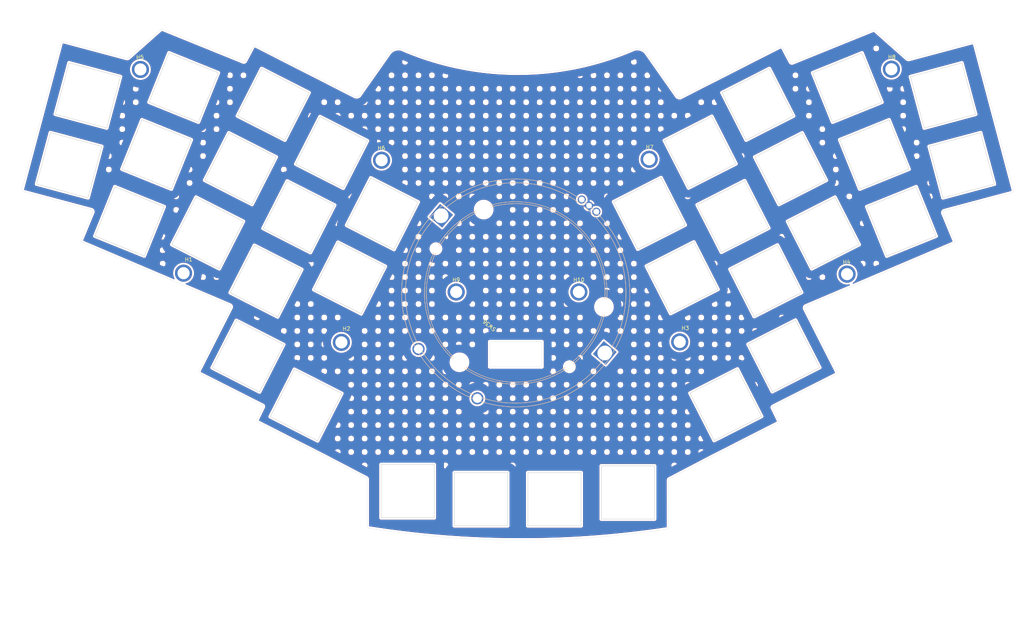
<source format=kicad_pcb>
(kicad_pcb (version 20211014) (generator pcbnew)
  (layers (0 "F.Cu" signal) (31 "B.Cu" signal) (34 "B.Paste" user) (35 "F.Paste" user) (36 "B.SilkS" user "B.Silkscreen") (37 "F.SilkS" user "F.Silkscreen") (38 "B.Mask" user) (39 "F.Mask" user) (44 "Edge.Cuts" user))
  (net 0 "")
  (net 1 "GND")
  (net 2 "EncL")
  (net 3 "EncR")
  (footprint "Alaa:MX-hole" (layer "F.Cu") (at 32.444251 64.695898 -15)
    (fp_text reference "SW7" hide)
    (fp_text value "SW_Push" hide)
    (fp_line (start 7 -7) (end -7 -7) (layer "Edge.Cuts") (width 0.12))
    (fp_line (start 7 7) (end 7 -7) (layer "Edge.Cuts") (width 0.12))
    (fp_line (start -7 7) (end 7 7) (layer "Edge.Cuts") (width 0.12))
    (fp_line (start -7 -7) (end -7 7) (layer "Edge.Cuts") (width 0.12))
  )
  (footprint "Alaa:MX-hole" (layer "F.Cu") (at 220.353362 114.873321 27)
    (fp_text reference "SW26" hide)
    (fp_text value "SW_Push" hide)
    (fp_line (start -7 7) (end 7 7) (layer "Edge.Cuts") (width 0.12))
    (fp_line (start 7 -7) (end -7 -7) (layer "Edge.Cuts") (width 0.12))
    (fp_line (start -7 -7) (end -7 7) (layer "Edge.Cuts") (width 0.12))
    (fp_line (start 7 7) (end 7 -7) (layer "Edge.Cuts") (width 0.12))
  )
  (footprint "Alaa:MountingHole_M3" (layer "F.Cu") (at 166.447346 98.056076)
    (fp_text reference "H10" (at 0 -3.2) (layer "F.SilkS"))
    (fp_text value "MountingHole_Pad")
    (pad "1" thru_hole circle (at 0 0) (size 4.5 4.5) (drill 3.2) (layers *.Cu *.Mask))
  )
  (footprint "Alaa:MX-hole" (layer "F.Cu") (at 262.204578 46.342448 15)
    (fp_text reference "SW34" hide)
    (fp_text value "SW_Push" hide)
    (fp_line (start 7 -7) (end -7 -7) (layer "Edge.Cuts") (width 0.12))
    (fp_line (start -7 -7) (end -7 7) (layer "Edge.Cuts") (width 0.12))
    (fp_line (start -7 7) (end 7 7) (layer "Edge.Cuts") (width 0.12))
    (fp_line (start 7 7) (end 7 -7) (layer "Edge.Cuts") (width 0.12))
  )
  (footprint "Alaa:MountingHole_M3" (layer "F.Cu") (at 248.621075 39.43433 -2)
    (fp_text reference "H8" (at 0 -3.2 178) (layer "F.SilkS"))
    (fp_text value "MountingHole_Pad")
    (pad "1" thru_hole circle (at 0 0 358) (size 4.5 4.5) (drill 3.2) (layers *.Cu *.Mask))
  )
  (footprint "Alaa:MountingHole_M3" (layer "F.Cu") (at 134.189343 98.056079)
    (fp_text reference "H9" (at 0 -3.2) (layer "F.SilkS"))
    (fp_text value "MountingHole_Pad")
    (pad "1" thru_hole circle (at 0 0) (size 4.5 4.5) (drill 3.2) (layers *.Cu *.Mask))
  )
  (footprint "Alaa:MX-hole" (layer "F.Cu") (at 205.080694 127.73142 27)
    (fp_text reference "SW21" hide)
    (fp_text value "SW_Push" hide)
    (fp_line (start -7 -7) (end -7 7) (layer "Edge.Cuts") (width 0.12))
    (fp_line (start 7 7) (end 7 -7) (layer "Edge.Cuts") (width 0.12))
    (fp_line (start 7 -7) (end -7 -7) (layer "Edge.Cuts") (width 0.12))
    (fp_line (start -7 7) (end 7 7) (layer "Edge.Cuts") (width 0.12))
  )
  (footprint "Alaa:MX-hole" (layer "F.Cu") (at 206.97203 78.185598 27)
    (fp_text reference "SW25" hide)
    (fp_text value "SW_Push" hide)
    (fp_line (start -7 7) (end 7 7) (layer "Edge.Cuts") (width 0.12))
    (fp_line (start 7 7) (end 7 -7) (layer "Edge.Cuts") (width 0.12))
    (fp_line (start -7 -7) (end -7 7) (layer "Edge.Cuts") (width 0.12))
    (fp_line (start 7 -7) (end -7 -7) (layer "Edge.Cuts") (width 0.12))
  )
  (footprint "Alaa:MX-hole" (layer "F.Cu") (at 86.091612 48.665691 -27)
    (fp_text reference "SW4" hide)
    (fp_text value "SW_Push" hide)
    (fp_line (start 7 -7) (end -7 -7) (layer "Edge.Cuts") (width 0.12))
    (fp_line (start -7 -7) (end -7 7) (layer "Edge.Cuts") (width 0.12))
    (fp_line (start -7 7) (end 7 7) (layer "Edge.Cuts") (width 0.12))
    (fp_line (start 7 7) (end 7 -7) (layer "Edge.Cuts") (width 0.12))
  )
  (footprint "Alaa:MX-hole" (layer "F.Cu") (at 101.43973 61.330313 -27)
    (fp_text reference "SW8" hide)
    (fp_text value "SW_Push" hide)
    (fp_line (start -7 7) (end 7 7) (layer "Edge.Cuts") (width 0.12))
    (fp_line (start 7 7) (end 7 -7) (layer "Edge.Cuts") (width 0.12))
    (fp_line (start -7 -7) (end -7 7) (layer "Edge.Cuts") (width 0.12))
    (fp_line (start 7 -7) (end -7 -7) (layer "Edge.Cuts") (width 0.12))
  )
  (footprint "Alaa:MX-hole" (layer "F.Cu") (at 160.040932 152.589385)
    (fp_text reference "SW22" hide)
    (fp_text value "SW_Push" hide)
    (fp_line (start -7 7) (end 7 7) (layer "Edge.Cuts") (width 0.12))
    (fp_line (start 7 -7) (end -7 -7) (layer "Edge.Cuts") (width 0.12))
    (fp_line (start -7 -7) (end -7 7) (layer "Edge.Cuts") (width 0.12))
    (fp_line (start 7 7) (end 7 -7) (layer "Edge.Cuts") (width 0.12))
  )
  (footprint "Alaa:MountingHole_M3" (layer "F.Cu") (at 192.973895 111.098068 -1)
    (fp_text reference "H3" (at 1.388238 -3.568475) (layer "F.SilkS"))
    (fp_text value "MountingHole_Pad")
    (pad "1" thru_hole circle (at 0 0.1 359) (size 4.5 4.5) (drill 3.2) (layers *.Cu *.Mask))
  )
  (footprint "Alaa:MX-hole" (layer "F.Cu") (at 179.344934 150.811386)
    (fp_text reference "SW27" hide)
    (fp_text value "SW_Push" hide)
    (fp_line (start -7 7) (end 7 7) (layer "Edge.Cuts") (width 0.12))
    (fp_line (start 7 -7) (end -7 -7) (layer "Edge.Cuts") (width 0.12))
    (fp_line (start -7 -7) (end -7 7) (layer "Edge.Cuts") (width 0.12))
    (fp_line (start 7 7) (end 7 -7) (layer "Edge.Cuts") (width 0.12))
  )
  (footprint "Alaa:MX-hole" (layer "F.Cu") (at 244.146874 61.866371 22)
    (fp_text reference "SW33" hide)
    (fp_text value "SW_Push" hide)
    (fp_line (start -7 -7) (end -7 7) (layer "Edge.Cuts") (width 0.12))
    (fp_line (start -7 7) (end 7 7) (layer "Edge.Cuts") (width 0.12))
    (fp_line (start 7 -7) (end -7 -7) (layer "Edge.Cuts") (width 0.12))
    (fp_line (start 7 7) (end 7 -7) (layer "Edge.Cuts") (width 0.12))
  )
  (footprint "Alaa:MountingHole_M3" (layer "F.Cu") (at 114.577344 63.386078 1)
    (fp_text reference "H6" (at 0 -3.2 1) (layer "F.SilkS"))
    (fp_text value "MountingHole_Pad")
    (pad "1" thru_hole circle (at 0 0 1) (size 4.5 4.5) (drill 3.2) (layers *.Cu *.Mask))
  )
  (footprint "Alaa:MX-hole" (layer "F.Cu") (at 94.705249 127.805262 -27)
    (fp_text reference "SW16" hide)
    (fp_text value "SW_Push" hide)
    (fp_line (start -7 7) (end 7 7) (layer "Edge.Cuts") (width 0.12))
    (fp_line (start -7 -7) (end -7 7) (layer "Edge.Cuts") (width 0.12))
    (fp_line (start 7 7) (end 7 -7) (layer "Edge.Cuts") (width 0.12))
    (fp_line (start 7 -7) (end -7 -7) (layer "Edge.Cuts") (width 0.12))
  )
  (footprint "Alaa:MX-hole" (layer "F.Cu") (at 213.483369 48.670943 27)
    (fp_text reference "SW28" hide)
    (fp_text value "SW_Push" hide)
    (fp_line (start 7 -7) (end -7 -7) (layer "Edge.Cuts") (width 0.12))
    (fp_line (start -7 -7) (end -7 7) (layer "Edge.Cuts") (width 0.12))
    (fp_line (start -7 7) (end 7 7) (layer "Edge.Cuts") (width 0.12))
    (fp_line (start 7 7) (end 7 -7) (layer "Edge.Cuts") (width 0.12))
  )
  (footprint "Alaa:MX-hole" (layer "F.Cu") (at 77.465796 65.594815 -27)
    (fp_text reference "SW5" hide)
    (fp_text value "SW_Push" hide)
    (fp_line (start 7 7) (end 7 -7) (layer "Edge.Cuts") (width 0.12))
    (fp_line (start 7 -7) (end -7 -7) (layer "Edge.Cuts") (width 0.12))
    (fp_line (start -7 -7) (end -7 7) (layer "Edge.Cuts") (width 0.12))
    (fp_line (start -7 7) (end 7 7) (layer "Edge.Cuts") (width 0.12))
  )
  (footprint "Alaa:PERS56v2" (layer "F.Cu") (at 149.843347 98.302077 140)
    (fp_text reference "SW36" (at -0.186125 -10.989441 140 unlocked) (layer "F.SilkS"))
    (fp_text value "RotaryEncoder")
    (fp_circle (center 0 0) (end 29 0) (layer "B.SilkS") (width 0.1) (fill none))
    (fp_circle (center 0 0) (end 24 0) (layer "B.SilkS") (width 0.1) (fill none))
    (fp_circle (center 0 0) (end 30 0) (layer "B.SilkS") (width 0.1) (fill none))
    (fp_circle (center 0 0) (end 23.4935 0) (layer "B.SilkS") (width 0.1) (fill none))
    (fp_circle (center 0 0) (end 23.4935 0) (layer "F.SilkS") (width 0.1) (fill none))
    (fp_circle (center 0 0) (end 24 0) (layer "F.SilkS") (width 0.1) (fill none))
    (fp_circle (center 0 0) (end 29 0) (layer "F.SilkS") (width 0.1) (fill none))
    (fp_circle (center 0 0) (end 30 0) (layer "F.SilkS") (width 0.1) (fill none))
    (pad "" thru_hole circle (at 10.091931 -27.732996 140) (size 3.2 3.2) (drill 2.4) (layers *.Cu *.Mask))
    (pad "" np_thru_hole circle (at -0.399847 -23.484645 140) (size 4.2 4.2) (drill 4.2) (layers F&B.Cu *.Mask))
    (pad "" np_thru_hole circle (at 23.544338 -4.573199 140) (size 2.4 2.4) (drill 2.4) (layers F&B.Cu *.Mask))
    (pad "" thru_hole circle (at -10.094278 -27.7333 140) (size 3.2 3.2) (drill 2.4) (layers *.Cu *.Mask))
    (pad "" np_thru_hole circle (at -23.289742 -5.8064 140) (size 2.4 2.4) (drill 2.4) (layers F&B.Cu *.Mask))
    (pad "" np_thru_hole circle (at -20.134933 12.098289 140) (size 4.2 4.2) (drill 4.2) (layers F&B.Cu *.Mask))
    (pad "" np_thru_hole circle (at 20.548742 11.390354 140) (size 4.2 4.2) (drill 4.2) (layers F&B.Cu *.Mask))
    (pad "A" thru_hole circle (at -2.5 30 140) (size 2.1 2.1) (drill 1.5) (layers *.Cu *.Mask) (net 2 "EncL"))
    (pad "B" thru_hole circle (at 2.5 30 140) (size 2.1 2.1) (drill 1.5) (layers *.Cu *.Mask) (net 3 "EncR"))
    (pad "C" thru_hole circle (at 0 30 140) (size 2.1 2.1) (drill 1.5) (layers *.Cu *.Mask) (net 1 "GND"))
    (pad "MP" thru_hole rect (at -28.095244 2.952929 140) (size 4.4 4.4) (drill oval 3.8 3.9) (layers *.Cu *.Mask))
    (pad "MP" thru_hole rect (at 28.070731 2.95064 140) (size 4.4 4.4) (drill oval 3.8 3.9) (layers *.Cu *.Mask))
  )
  (footprint "Alaa:MX-hole" (layer "F.Cu") (at 84.188091 95.188563 -27)
    (fp_text reference "SW15" hide)
    (fp_text value "SW_Push" hide)
    (fp_line (start -7 7) (end 7 7) (layer "Edge.Cuts") (width 0.12))
    (fp_line (start 7 7) (end 7 -7) (layer "Edge.Cuts") (width 0.12))
    (fp_line (start -7 -7) (end -7 7) (layer "Edge.Cuts") (width 0.12))
    (fp_line (start 7 -7) (end -7 -7) (layer "Edge.Cuts") (width 0.12))
  )
  (footprint "Alaa:MX-hole" (layer "F.Cu") (at 267.130802 64.702496 15)
    (fp_text reference "SW31" hide)
    (fp_text value "SW_Push" hide)
    (fp_line (start 7 7) (end 7 -7) (layer "Edge.Cuts") (width 0.12))
    (fp_line (start -7 7) (end 7 7) (layer "Edge.Cuts") (width 0.12))
    (fp_line (start 7 -7) (end -7 -7) (layer "Edge.Cuts") (width 0.12))
    (fp_line (start -7 -7) (end -7 7) (layer "Edge.Cuts") (width 0.12))
  )
  (footprint "Alaa:MountingHole_M3" (layer "F.Cu") (at 104.010023 111.310117 1)
    (fp_text reference "H2" (at 1.388238 -3.568475 2) (layer "F.SilkS"))
    (fp_text value "MountingHole_Pad")
    (pad "1" thru_hole circle (at 0 0 1) (size 4.5 4.5) (drill 3.2) (layers *.Cu *.Mask))
  )
  (footprint "Alaa:MX-hole" (layer "F.Cu") (at 230.735006 82.52919 27)
    (fp_text reference "SW23" hide)
    (fp_text value "SW_Push" hide)
    (fp_line (start -7 -7) (end -7 7) (layer "Edge.Cuts") (width 0.12))
    (fp_line (start 7 -7) (end -7 -7) (layer "Edge.Cuts") (width 0.12))
    (fp_line (start 7 7) (end 7 -7) (layer "Edge.Cuts") (width 0.12))
    (fp_line (start -7 7) (end 7 7) (layer "Edge.Cuts") (width 0.12))
  )
  (footprint "Alaa:MX-hole" (layer "F.Cu") (at 48.310756 79.47723 -22)
    (fp_text reference "SW6" hide)
    (fp_text value "SW_Push" hide)
    (fp_line (start 7 -7) (end -7 -7) (layer "Edge.Cuts") (width 0.12))
    (fp_line (start 7 7) (end 7 -7) (layer "Edge.Cuts") (width 0.12))
    (fp_line (start -7 -7) (end -7 7) (layer "Edge.Cuts") (width 0.12))
    (fp_line (start -7 7) (end 7 7) (layer "Edge.Cuts") (width 0.12))
  )
  (footprint "Alaa:MX-hole" (layer "F.Cu") (at 121.435346 150.469387)
    (fp_text reference "SW12" hide)
    (fp_text value "SW_Push" hide)
    (fp_line (start 7 7) (end 7 -7) (layer "Edge.Cuts") (width 0.12))
    (fp_line (start -7 -7) (end -7 7) (layer "Edge.Cuts") (width 0.12))
    (fp_line (start -7 7) (end 7 7) (layer "Edge.Cuts") (width 0.12))
    (fp_line (start 7 -7) (end -7 -7) (layer "Edge.Cuts") (width 0.12))
  )
  (footprint "Alaa:MX-hole" (layer "F.Cu") (at 62.545805 44.244244 -22)
    (fp_text reference "SW1" hide)
    (fp_text value "SW_Push" hide)
    (fp_line (start -7 7) (end 7 7) (layer "Edge.Cuts") (width 0.12))
    (fp_line (start 7 7) (end 7 -7) (layer "Edge.Cuts") (width 0.12))
    (fp_line (start 7 -7) (end -7 -7) (layer "Edge.Cuts") (width 0.12))
    (fp_line (start -7 -7) (end -7 7) (layer "Edge.Cuts") (width 0.12))
  )
  (footprint "Alaa:MX-hole" (layer "F.Cu") (at 79.432579 114.947159 -27)
    (fp_text reference "SW11" hide)
    (fp_text value "SW_Push" hide)
    (fp_line (start 7 7) (end 7 -7) (layer "Edge.Cuts") (width 0.12))
    (fp_line (start -7 7) (end 7 7) (layer "Edge.Cuts") (width 0.12))
    (fp_line (start -7 -7) (end -7 7) (layer "Edge.Cuts") (width 0.12))
    (fp_line (start 7 -7) (end -7 -7) (layer "Edge.Cuts") (width 0.12))
  )
  (footprint "Alaa:MX-hole" (layer "F.Cu") (at 193.62043 94.30329 27)
    (fp_text reference "SW19" hide)
    (fp_text value "SW_Push" hide)
    (fp_line (start 7 -7) (end -7 -7) (layer "Edge.Cuts") (width 0.12))
    (fp_line (start -7 -7) (end -7 7) (layer "Edge.Cuts") (width 0.12))
    (fp_line (start 7 7) (end 7 -7) (layer "Edge.Cuts") (width 0.12))
    (fp_line (start -7 7) (end 7 7) (layer "Edge.Cuts") (width 0.12))
  )
  (footprint "Alaa:MX-hole" (layer "F.Cu") (at 37.354302 46.325507 -15)
    (fp_text reference "SW3" hide)
    (fp_text value "SW_Push" hide)
    (fp_line (start 7 -7) (end -7 -7) (layer "Edge.Cuts") (width 0.12))
    (fp_line (start 7 7) (end 7 -7) (layer "Edge.Cuts") (width 0.12))
    (fp_line (start -7 -7) (end -7 7) (layer "Edge.Cuts") (width 0.12))
    (fp_line (start -7 7) (end 7 7) (layer "Edge.Cuts") (width 0.12))
  )
  (footprint "Alaa:MX-hole" (layer "F.Cu") (at 68.839974 82.52394 -27)
    (fp_text reference "SW10" hide)
    (fp_text value "SW_Push" hide)
    (fp_line (start -7 7) (end 7 7) (layer "Edge.Cuts") (width 0.12))
    (fp_line (start 7 7) (end 7 -7) (layer "Edge.Cuts") (width 0.12))
    (fp_line (start 7 -7) (end -7 -7) (layer "Edge.Cuts") (width 0.12))
    (fp_line (start -7 -7) (end -7 7) (layer "Edge.Cuts") (width 0.12))
  )
  (footprint "Alaa:MX-hole" (layer "F.Cu") (at 237.02935 44.24988 22)
    (fp_text reference "SW32" hide)
    (fp_text value "SW_Push" hide)
    (fp_line (start 7 -7) (end -7 -7) (layer "Edge.Cuts") (width 0.12))
    (fp_line (start -7 7) (end 7 7) (layer "Edge.Cuts") (width 0.12))
    (fp_line (start 7 7) (end 7 -7) (layer "Edge.Cuts") (width 0.12))
    (fp_line (start -7 -7) (end -7 7) (layer "Edge.Cuts") (width 0.12))
  )
  (footprint "Alaa:MX-hole" (layer "F.Cu") (at 92.813908 78.259438 -27)
    (fp_text reference "SW9" hide)
    (fp_text value "SW_Push" hide)
    (fp_line (start 7 7) (end 7 -7) (layer "Edge.Cuts") (width 0.12))
    (fp_line (start -7 -7) (end -7 7) (layer "Edge.Cuts") (width 0.12))
    (fp_line (start 7 -7) (end -7 -7) (layer "Edge.Cuts") (width 0.12))
    (fp_line (start -7 7) (end 7 7) (layer "Edge.Cuts") (width 0.12))
  )
  (footprint "Alaa:MX-hole" (layer "F.Cu") (at 114.79133 77.448007 -27)
    (fp_text reference "SW13" hide)
    (fp_text value "SW_Push" hide)
    (fp_line (start 7 7) (end 7 -7) (layer "Edge.Cuts") (width 0.12))
    (fp_line (start 7 -7) (end -7 -7) (layer "Edge.Cuts") (width 0.12))
    (fp_line (start -7 7) (end 7 7) (layer "Edge.Cuts") (width 0.12))
    (fp_line (start -7 -7) (end -7 7) (layer "Edge.Cuts") (width 0.12))
  )
  (footprint "Alaa:MX-hole" (layer "F.Cu") (at 184.994612 77.374165 27)
    (fp_text reference "SW18" hide)
    (fp_text value "SW_Push" hide)
    (fp_line (start -7 -7) (end -7 7) (layer "Edge.Cuts") (width 0.12))
    (fp_line (start 7 7) (end 7 -7) (layer "Edge.Cuts") (width 0.12))
    (fp_line (start -7 7) (end 7 7) (layer "Edge.Cuts") (width 0.12))
    (fp_line (start 7 -7) (end -7 -7) (layer "Edge.Cuts") (width 0.12))
  )
  (footprint "Alaa:MountingHole_M3" (layer "F.Cu") (at 62.507345 93.104077 1)
    (fp_text reference "H1" (at 1.388238 -3.568475 2) (layer "F.SilkS"))
    (fp_text value "MountingHole_Pad")
    (pad "1" thru_hole circle (at 0 0 1) (size 4.5 4.5) (drill 3.2) (layers *.Cu *.Mask))
  )
  (footprint "Alaa:MX-hole" (layer "F.Cu") (at 198.346215 61.256473 27)
    (fp_text reference "SW24" hide)
    (fp_text value "SW_Push" hide)
    (fp_line (start -7 -7) (end -7 7) (layer "Edge.Cuts") (width 0.12))
    (fp_line (start 7 -7) (end -7 -7) (layer "Edge.Cuts") (width 0.12))
    (fp_line (start 7 7) (end 7 -7) (layer "Edge.Cuts") (width 0.12))
    (fp_line (start -7 7) (end 7 7) (layer "Edge.Cuts") (width 0.12))
  )
  (footprint "Alaa:MX-hole" (layer "F.Cu") (at 140.715344 152.586078)
    (fp_text reference "SW17" hide)
    (fp_text value "SW_Push" hide)
    (fp_line (start 7 7) (end 7 -7) (layer "Edge.Cuts") (width 0.12))
    (fp_line (start -7 -7) (end -7 7) (layer "Edge.Cuts") (width 0.12))
    (fp_line (start 7 -7) (end -7 -7) (layer "Edge.Cuts") (width 0.12))
    (fp_line (start -7 7) (end 7 7) (layer "Edge.Cuts") (width 0.12))
  )
  (footprint "Alaa:MountingHole_M3" (layer "F.Cu") (at 184.935343 63.132079 -2)
    (fp_text reference "H7" (at 0 -3.2 178) (layer "F.SilkS"))
    (fp_text value "MountingHole_Pad")
    (pad "1" thru_hole circle (at 0 0 358) (size 4.5 4.5) (drill 3.2) (layers *.Cu *.Mask))
  )
  (footprint "Alaa:MX-hole" (layer "F.Cu") (at 222.109189 65.600069 27)
    (fp_text reference "SW29" hide)
    (fp_text value "SW_Push" hide)
    (fp_line (start -7 7) (end 7 7) (layer "Edge.Cuts") (width 0.12))
    (fp_line (start 7 7) (end 7 -7) (layer "Edge.Cuts") (width 0.12))
    (fp_line (start -7 -7) (end -7 7) (layer "Edge.Cuts") (width 0.12))
    (fp_line (start 7 -7) (end -7 -7) (layer "Edge.Cuts") (width 0.12))
  )
  (footprint "Alaa:MX-hole" (layer "F.Cu") (at 251.264399 79.482866 22)
    (fp_text reference "SW30" hide)
    (fp_text value "SW_Push" hide)
    (fp_line (start 7 -7) (end -7 -7) (layer "Edge.Cuts") (width 0.12))
    (fp_line (start 7 7) (end 7 -7) (layer "Edge.Cuts") (width 0.12))
    (fp_line (start -7 7) (end 7 7) (layer "Edge.Cuts") (width 0.12))
    (fp_line (start -7 -7) (end -7 7) (layer "Edge.Cuts") (width 0.12))
  )
  (footprint "Alaa:MX-hole" (layer "F.Cu") (at 55.42857 61.861145 -22)
    (fp_text reference "SW2" hide)
    (fp_text value "SW_Push" hide)
    (fp_line (start -7 -7) (end -7 7) (layer "Edge.Cuts") (width 0.12))
    (fp_line (start 7 7) (end 7 -7) (layer "Edge.Cuts") (width 0.12))
    (fp_line (start -7 7) (end 7 7) (layer "Edge.Cuts") (width 0.12))
    (fp_line (start 7 -7) (end -7 -7) (layer "Edge.Cuts") (width 0.12))
  )
  (footprint "Alaa:MountingHole_M3" (layer "F.Cu") (at 51.170667 39.497354 2)
    (fp_text reference "H5" (at 0 -3.2 2) (layer "F.SilkS"))
    (fp_text value "MountingHole_Pad")
    (pad "1" thru_hole circle (at 0 0 2) (size 4.5 4.5) (drill 3.2) (layers *.Cu *.Mask))
  )
  (footprint "Alaa:MX-hole" (layer "F.Cu") (at 215.59785 95.114724 27)
    (fp_text reference "SW20" hide)
    (fp_text value "SW_Push" hide)
    (fp_line (start -7 -7) (end -7 7) (layer "Edge.Cuts") (width 0.12))
    (fp_line (start 7 -7) (end -7 -7) (layer "Edge.Cuts") (width 0.12))
    (fp_line (start -7 7) (end 7 7) (layer "Edge.Cuts") (width 0.12))
    (fp_line (start 7 7) (end 7 -7) (layer "Edge.Cuts") (width 0.12))
  )
  (footprint "Alaa:MX-hole" (layer "F.Cu") (at 106.165509 94.377129 -27)
    (fp_text reference "SW14" hide)
    (fp_text value "SW_Push" hide)
    (fp_line (start -7 -7) (end -7 7) (layer "Edge.Cuts") (width 0.12))
    (fp_line (start 7 -7) (end -7 -7) (layer "Edge.Cuts") (width 0.12))
    (fp_line (start 7 7) (end 7 -7) (layer "Edge.Cuts") (width 0.12))
    (fp_line (start -7 7) (end 7 7) (layer "Edge.Cuts") (width 0.12))
  )
  (footprint "Alaa:MountingHole_M3" (layer "B.Cu") (at 236.965997 93.358077 -178)
    (fp_text reference "H4" (at 0 3.2 2) (layer "F.SilkS"))
    (fp_text value "MountingHole_Pad")
    (pad "1" thru_hole circle (at 0 0 182) (size 4.5 4.5) (drill 3.2) (layers *.Cu *.Mask))
  )
  (gr_arc (start 38.28629 76.41197) (mid 38.601457 76.685695) (end 38.631345 77.102079) (layer "Edge.Cuts") (width 0.05))
  (gr_arc (start 225.8638 102.502078) (mid 225.81664 102.063035) (end 226.117803 101.740079) (layer "Edge.Cuts") (width 0.05))
  (gr_arc (start 48.16402 36.396732) (mid 47.85198 36.576703) (end 47.491772 36.573744) (layer "Edge.Cuts") (width 0.05))
  (gr_line (start 219.513801 33.446076) (end 193.0978 46.908079) (layer "Edge.Cuts") (width 0.05))
  (gr_arc (start 217.372353 128.611521) (mid 217.333683 128.361344) (end 217.481801 128.156077) (layer "Edge.Cuts") (width 0.05))
  (gr_arc (start 219.513801 33.446076) (mid 219.811175 33.48635) (end 220.021801 33.700078) (layer "Edge.Cuts") (width 0.05))
  (gr_arc (start 66.765447 119.520078) (mid 66.494493 119.261861) (end 66.511448 118.887956) (layer "Edge.Cuts") (width 0.05))
  (gr_arc (start 253.325372 36.827742) (mid 252.965166 36.830699) (end 252.653128 36.650731) (layer "Edge.Cuts") (width 0.05))
  (gr_line (start 192.081801 46.400079) (end 184.207801 35.192077) (layer "Edge.Cuts") (width 0.05))
  (gr_line (start 78.211994 37.510078) (end 57.031258 28.923106) (layer "Edge.Cuts") (width 0.05))
  (gr_line (start 243.785888 29.177107) (end 222.605153 37.764079) (layer "Edge.Cuts") (width 0.05))
  (gr_arc (start 219.004402 131.964677) (mid 219.043635 132.268124) (end 218.855518 132.50945) (layer "Edge.Cuts") (width 0.05))
  (gr_arc (start 189.795802 160.414077) (mid 150.398786 163.322882) (end 111.021347 160.160079) (layer "Edge.Cuts") (width 0.05))
  (gr_arc (start 111.021347 160.160079) (mid 110.853127 160.079205) (end 110.783347 159.906076) (layer "Edge.Cuts") (width 0.05))
  (gr_line (start 234.305698 119.141958) (end 225.8638 102.502078) (layer "Edge.Cuts") (width 0.05))
  (gr_arc (start 30.249346 32.684076) (mid 30.529306 32.278531) (end 31.011346 32.176077) (layer "Edge.Cuts") (width 0.05))
  (gr_arc (start 78.763347 37.256079) (mid 78.537159 37.490504) (end 78.211994 37.510078) (layer "Edge.Cuts") (width 0.05))
  (gr_arc (start 80.795345 33.446079) (mid 81.005993 33.232373) (end 81.303346 33.192076) (layer "Edge.Cuts") (width 0.05))
  (gr_line (start 219.004402 131.964677) (end 217.372353 128.611521) (layer "Edge.Cuts") (width 0.05))
  (gr_line (start 38.631345 77.102079) (end 35.583347 84.468078) (layer "Edge.Cuts") (width 0.05))
  (gr_arc (start 35.755299 84.934864) (mid 35.570643 84.737612) (end 35.583347 84.468078) (layer "Edge.Cuts") (width 0.05))
  (gr_arc (start 83.335345 127.902081) (mid 83.483428 128.107375) (end 83.444795 128.357521) (layer "Edge.Cuts") (width 0.05))
  (gr_arc (start 81.961628 132.255452) (mid 81.772989 132.014105) (end 81.812745 131.710678) (layer "Edge.Cuts") (width 0.05))
  (gr_arc (start 190.030935 147.639134) (mid 190.09683 147.378163) (end 190.303802 147.20608) (layer "Edge.Cuts") (width 0.05))
  (gr_line (start 107.719346 46.654078) (end 81.303346 33.192076) (layer "Edge.Cuts") (width 0.05))
  (gr_arc (start 20.400297 71.64797) (mid 20.114905 71.388927) (end 20.089347 71.006078) (layer "Edge.Cuts") (width 0.05))
  (gr_line (start 116.609345 35.192076) (end 108.735344 46.400078) (layer "Edge.Cuts") (width 0.05))
  (gr_line (start 217.481801 128.156077) (end 234.051699 119.774079) (layer "Edge.Cuts") (width 0.05))
  (gr_poly (pts (xy 143.025345 111.138077) (xy 156.741345 111.138076) (xy 156.741345 117.74208) (xy 143.025346 117.742078)) (layer "Edge.Cuts") (width 0.05) (fill none))
  (gr_line (start 190.0338 160.160078) (end 190.030935 147.639134) (layer "Edge.Cuts") (width 0.05))
  (gr_arc (start 269.8058 32.430078) (mid 270.287835 32.532527) (end 270.567801 32.938079) (layer "Edge.Cuts") (width 0.05))
  (gr_arc (start 180.905802 34.149111) (mid 150.408573 40.465271) (end 119.911343 34.149111) (layer "Edge.Cuts") (width 0.05))
  (gr_arc (start 243.785888 29.177107) (mid 244.066337 29.138233) (end 244.323459 29.256771) (layer "Edge.Cuts") (width 0.05))
  (gr_line (start 99.337346 141.110078) (end 110.513347 146.952078) (layer "Edge.Cuts") (width 0.05))
  (gr_line (start 83.444795 128.357521) (end 81.812745 131.710678) (layer "Edge.Cuts") (width 0.05))
  (gr_line (start 74.953346 102.248079) (end 66.511448 118.887956) (layer "Edge.Cuts") (width 0.05))
  (gr_line (start 35.755299 84.934864) (end 74.699347 101.486078) (layer "Edge.Cuts") (width 0.05))
  (gr_arc (start 110.513347 146.952078) (mid 110.72033 147.124158) (end 110.786209 147.385138) (layer "Edge.Cuts") (width 0.05))
  (gr_line (start 47.491772 36.573744) (end 31.011346 32.176077) (layer "Edge.Cuts") (width 0.05))
  (gr_line (start 252.653128 36.650731) (end 244.323459 29.256771) (layer "Edge.Cuts") (width 0.05))
  (gr_arc (start 193.0978 46.908079) (mid 192.509918 46.813825) (end 192.081801 46.400079) (layer "Edge.Cuts") (width 0.05))
  (gr_arc (start 74.699347 101.486078) (mid 75.00054 101.809002) (end 74.953346 102.248079) (layer "Edge.Cuts") (width 0.05))
  (gr_line (start 226.117803 101.740079) (end 265.061848 85.188864) (layer "Edge.Cuts") (width 0.05))
  (gr_arc (start 180.905802 34.149111) (mid 182.722697 34.145373) (end 184.207801 35.192077) (layer "Edge.Cuts") (width 0.05))
  (gr_line (start 30.249346 32.684076) (end 20.089347 71.006078) (layer "Edge.Cuts") (width 0.05))
  (gr_line (start 56.493685 29.002772) (end 48.16402 36.396732) (layer "Edge.Cuts") (width 0.05))
  (gr_arc (start 222.605153 37.764079) (mid 222.279994 37.744498) (end 222.053801 37.510078) (layer "Edge.Cuts") (width 0.05))
  (gr_line (start 201.479798 141.364078) (end 218.855518 132.50945) (layer "Edge.Cuts") (width 0.05))
  (gr_arc (start 190.0338 160.160078) (mid 189.964006 160.333165) (end 189.795802 160.414077) (layer "Edge.Cuts") (width 0.05))
  (gr_line (start 81.961628 132.255452) (end 99.337346 141.110078) (layer "Edge.Cuts") (width 0.05))
  (gr_line (start 20.400297 71.64797) (end 38.28629 76.41197) (layer "Edge.Cuts") (width 0.05))
  (gr_arc (start 280.727802 71.260077) (mid 280.701839 71.643765) (end 280.416848 71.90197) (layer "Edge.Cuts") (width 0.05))
  (gr_arc (start 262.185803 77.356078) (mid 262.215686 76.939703) (end 262.530854 76.66597) (layer "Edge.Cuts") (width 0.05))
  (gr_arc (start 116.609345 35.192076) (mid 118.098376 34.157806) (end 119.911343 34.149111) (layer "Edge.Cuts") (width 0.05))
  (gr_line (start 80.795345 33.446079) (end 78.763347 37.256079) (layer "Edge.Cuts") (width 0.05))
  (gr_arc (start 234.305698 119.141958) (mid 234.322649 119.515859) (end 234.051699 119.774079) (layer "Edge.Cuts") (width 0.05))
  (gr_line (start 262.530854 76.66597) (end 280.416848 71.90197) (layer "Edge.Cuts") (width 0.05))
  (gr_line (start 222.053801 37.510078) (end 220.021801 33.700078) (layer "Edge.Cuts") (width 0.05))
  (gr_arc (start 56.493685 29.002772) (mid 56.750808 28.884233) (end 57.031258 28.923106) (layer "Edge.Cuts") (width 0.05))
  (gr_line (start 269.8058 32.430078) (end 253.325372 36.827742) (layer "Edge.Cuts") (width 0.05))
  (gr_arc (start 265.233802 84.722075) (mid 265.246437 84.991796) (end 265.061848 85.188864) (layer "Edge.Cuts") (width 0.05))
  (gr_line (start 110.786209 147.385138) (end 110.783347 159.906076) (layer "Edge.Cuts") (width 0.05))
  (gr_line (start 265.233802 84.722075) (end 262.185803 77.356078) (layer "Edge.Cuts") (width 0.05))
  (gr_line (start 190.303802 147.20608) (end 201.479798 141.364078) (layer "Edge.Cuts") (width 0.05))
  (gr_line (start 66.765447 119.520078) (end 83.335345 127.902081) (layer "Edge.Cuts") (width 0.05))
  (gr_arc (start 108.735344 46.400078) (mid 108.260512 46.659746) (end 107.719346 46.654078) (layer "Edge.Cuts") (width 0.05))
  (gr_line (start 280.727802 71.260077) (end 270.567801 32.938079) (layer "Edge.Cuts") (width 0.05))
  (zone (net 1) (net_name "GND") (layers F&B.Cu) (connect_pads (clearance 0.508)) (min_thickness 0.254) (fill yes (mode hatch) (thermal_gap 0.508) (thermal_bridge_width 0.508) (island_removal_mode 1) (island_area_min 0) (hatch_thickness 2.016) (hatch_gap 1.524) (hatch_orientation 0) (hatch_smoothing_level 3) (hatch_smoothing_value 1) (hatch_border_algorithm hatch_thickness) (hatch_min_hole_area 0.3))
    (polygon (pts (xy 282.979345 188.862079) (xy 14.247345 189.370077) (xy 14.247344 21.222079) (xy 283.487347 21.222076)))
  )
)
</source>
